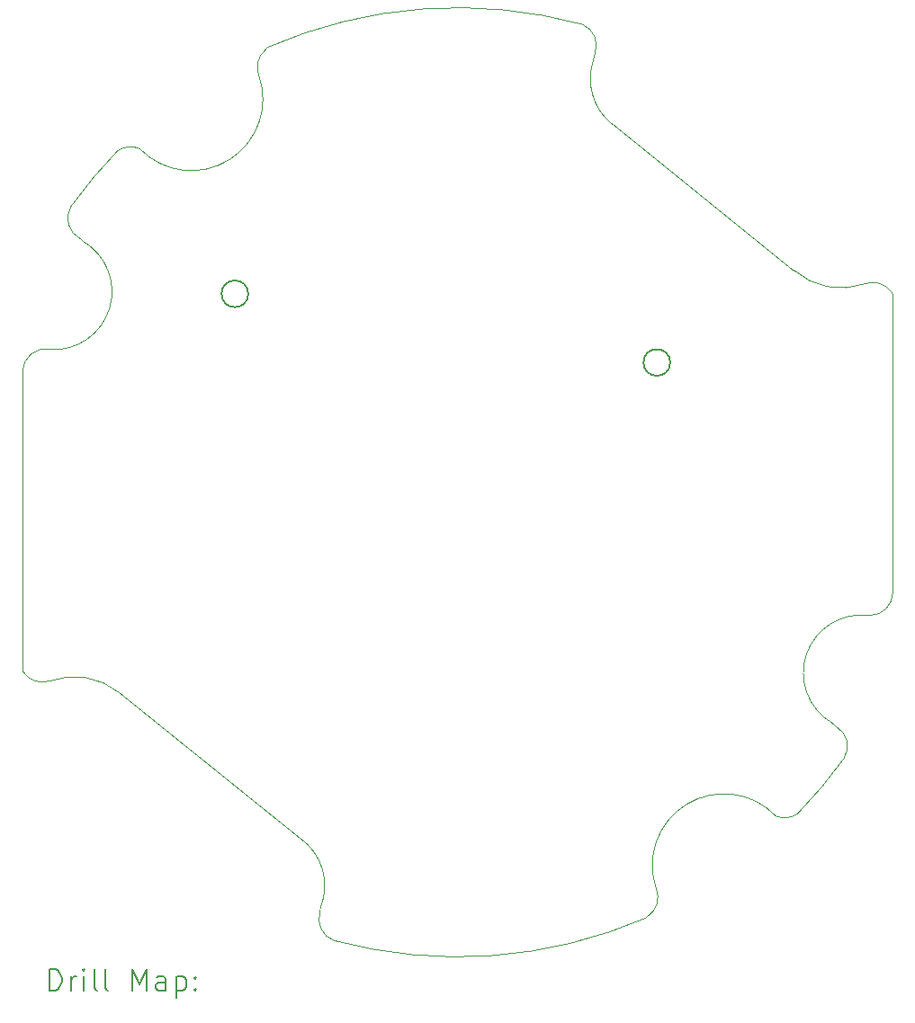
<source format=gbr>
%TF.GenerationSoftware,KiCad,Pcbnew,7.0.9*%
%TF.CreationDate,2024-02-14T22:00:58-05:00*%
%TF.ProjectId,payload24,7061796c-6f61-4643-9234-2e6b69636164,2*%
%TF.SameCoordinates,Original*%
%TF.FileFunction,Drillmap*%
%TF.FilePolarity,Positive*%
%FSLAX45Y45*%
G04 Gerber Fmt 4.5, Leading zero omitted, Abs format (unit mm)*
G04 Created by KiCad (PCBNEW 7.0.9) date 2024-02-14 22:00:58*
%MOMM*%
%LPD*%
G01*
G04 APERTURE LIST*
%ADD10C,0.100000*%
%ADD11C,0.200000*%
G04 APERTURE END LIST*
D10*
X7738120Y-1705877D02*
G75*
G03*
X4776263Y-1922329I-1173664J-4312728D01*
G01*
X10641813Y-4220491D02*
X10660884Y-4242145D01*
X3015108Y-3725986D02*
G75*
G03*
X3042287Y-3751059I143082J127826D01*
G01*
X8357350Y-10103344D02*
G75*
G03*
X8335500Y-10123294I154410J-191056D01*
G01*
X9557962Y-9161585D02*
G75*
G03*
X8436000Y-9854000I-487514J-465251D01*
G01*
X7844069Y-2038153D02*
G75*
G03*
X8022681Y-2649406I516471J-180807D01*
G01*
X5402100Y-10335316D02*
G75*
G03*
X8335500Y-10123294I1162356J4316720D01*
G01*
X2921074Y-3428325D02*
G75*
G03*
X3015108Y-3725985I190016J-103655D01*
G01*
X7856344Y-1982577D02*
G75*
G03*
X7848580Y-2014821I106886J-42793D01*
G01*
X7856340Y-1982576D02*
G75*
G03*
X7738120Y-1705877I-201680J77436D01*
G01*
X2468028Y-7795065D02*
X2469127Y-4981415D01*
X3573222Y-2877351D02*
G75*
G03*
X3363960Y-2897604I-86602J-196409D01*
G01*
X2468028Y-7795065D02*
X2476132Y-7803730D01*
X9557962Y-9161584D02*
G75*
G03*
X9762832Y-9141884I84328J198154D01*
G01*
X9762832Y-9141885D02*
G75*
G03*
X10201960Y-8617267I-3198462J3123345D01*
G01*
X5267038Y-10072255D02*
G75*
G03*
X5402100Y-10335316I207232J-59805D01*
G01*
X10201964Y-8617269D02*
G75*
G03*
X10123592Y-8317428I-184154J112029D01*
G01*
X9727638Y-4021414D02*
G75*
G03*
X10400556Y-4149030I445052J508804D01*
G01*
X10641816Y-4220489D02*
G75*
G03*
X10400556Y-4149030I-169446J-129081D01*
G01*
X10660884Y-4242145D02*
X10659786Y-7055795D01*
X3376000Y-7997000D02*
X5080000Y-9370000D01*
X4755720Y-1945952D02*
G75*
G03*
X4767222Y-1931050I-30810J35672D01*
G01*
X8023000Y-2649000D02*
X9728000Y-4021000D01*
X10439395Y-7273669D02*
G75*
G03*
X10659785Y-7055795I4395J215959D01*
G01*
X5275071Y-10021459D02*
G75*
G03*
X5080004Y-9369994I-506691J203219D01*
G01*
X2730424Y-4768294D02*
G75*
G03*
X2469127Y-4981415I-45303J-211198D01*
G01*
X3573223Y-2877349D02*
G75*
G03*
X4692492Y-2183361I485242J466974D01*
G01*
D11*
X4593270Y-4244340D02*
G75*
G03*
X4593270Y-4244340I-125410J0D01*
G01*
D10*
X10123593Y-8317428D02*
G75*
G03*
X10089408Y-8287231I-158313J-144772D01*
G01*
X10439392Y-7273851D02*
G75*
G03*
X10089674Y-8286772I-75294J-540836D01*
G01*
X3363960Y-2897605D02*
G75*
G03*
X2921070Y-3428323I3200700J-3121175D01*
G01*
X4776264Y-1922330D02*
G75*
G03*
X4767222Y-1931050I33317J-43590D01*
G01*
D11*
X8564410Y-4891000D02*
G75*
G03*
X8564410Y-4891000I-125410J0D01*
G01*
D10*
X2730381Y-4768492D02*
G75*
G03*
X3042287Y-3751060I34433J545969D01*
G01*
X2476134Y-7803729D02*
G75*
G03*
X2728871Y-7889617I180416J116099D01*
G01*
X8357348Y-10103341D02*
G75*
G03*
X8436744Y-9853734I-123868J176831D01*
G01*
X4755720Y-1945951D02*
G75*
G03*
X4692064Y-2183514I139707J-164745D01*
G01*
X3376148Y-7996814D02*
G75*
G03*
X2728871Y-7889617I-419922J-527783D01*
G01*
X5267037Y-10072254D02*
G75*
G03*
X5275072Y-10021460I-110137J43454D01*
G01*
X7844069Y-2038153D02*
G75*
G03*
X7848580Y-2014821I-101080J31643D01*
G01*
D11*
X2723805Y-10805554D02*
X2723805Y-10605554D01*
X2723805Y-10605554D02*
X2771424Y-10605554D01*
X2771424Y-10605554D02*
X2799996Y-10615078D01*
X2799996Y-10615078D02*
X2819043Y-10634126D01*
X2819043Y-10634126D02*
X2828567Y-10653173D01*
X2828567Y-10653173D02*
X2838091Y-10691269D01*
X2838091Y-10691269D02*
X2838091Y-10719840D01*
X2838091Y-10719840D02*
X2828567Y-10757935D01*
X2828567Y-10757935D02*
X2819043Y-10776983D01*
X2819043Y-10776983D02*
X2799996Y-10796031D01*
X2799996Y-10796031D02*
X2771424Y-10805554D01*
X2771424Y-10805554D02*
X2723805Y-10805554D01*
X2923805Y-10805554D02*
X2923805Y-10672221D01*
X2923805Y-10710316D02*
X2933329Y-10691269D01*
X2933329Y-10691269D02*
X2942853Y-10681745D01*
X2942853Y-10681745D02*
X2961900Y-10672221D01*
X2961900Y-10672221D02*
X2980948Y-10672221D01*
X3047615Y-10805554D02*
X3047615Y-10672221D01*
X3047615Y-10605554D02*
X3038091Y-10615078D01*
X3038091Y-10615078D02*
X3047615Y-10624602D01*
X3047615Y-10624602D02*
X3057138Y-10615078D01*
X3057138Y-10615078D02*
X3047615Y-10605554D01*
X3047615Y-10605554D02*
X3047615Y-10624602D01*
X3171424Y-10805554D02*
X3152377Y-10796031D01*
X3152377Y-10796031D02*
X3142853Y-10776983D01*
X3142853Y-10776983D02*
X3142853Y-10605554D01*
X3276186Y-10805554D02*
X3257138Y-10796031D01*
X3257138Y-10796031D02*
X3247615Y-10776983D01*
X3247615Y-10776983D02*
X3247615Y-10605554D01*
X3504758Y-10805554D02*
X3504758Y-10605554D01*
X3504758Y-10605554D02*
X3571424Y-10748412D01*
X3571424Y-10748412D02*
X3638091Y-10605554D01*
X3638091Y-10605554D02*
X3638091Y-10805554D01*
X3819043Y-10805554D02*
X3819043Y-10700793D01*
X3819043Y-10700793D02*
X3809519Y-10681745D01*
X3809519Y-10681745D02*
X3790472Y-10672221D01*
X3790472Y-10672221D02*
X3752377Y-10672221D01*
X3752377Y-10672221D02*
X3733329Y-10681745D01*
X3819043Y-10796031D02*
X3799996Y-10805554D01*
X3799996Y-10805554D02*
X3752377Y-10805554D01*
X3752377Y-10805554D02*
X3733329Y-10796031D01*
X3733329Y-10796031D02*
X3723805Y-10776983D01*
X3723805Y-10776983D02*
X3723805Y-10757935D01*
X3723805Y-10757935D02*
X3733329Y-10738888D01*
X3733329Y-10738888D02*
X3752377Y-10729364D01*
X3752377Y-10729364D02*
X3799996Y-10729364D01*
X3799996Y-10729364D02*
X3819043Y-10719840D01*
X3914281Y-10672221D02*
X3914281Y-10872221D01*
X3914281Y-10681745D02*
X3933329Y-10672221D01*
X3933329Y-10672221D02*
X3971424Y-10672221D01*
X3971424Y-10672221D02*
X3990472Y-10681745D01*
X3990472Y-10681745D02*
X3999996Y-10691269D01*
X3999996Y-10691269D02*
X4009519Y-10710316D01*
X4009519Y-10710316D02*
X4009519Y-10767459D01*
X4009519Y-10767459D02*
X3999996Y-10786507D01*
X3999996Y-10786507D02*
X3990472Y-10796031D01*
X3990472Y-10796031D02*
X3971424Y-10805554D01*
X3971424Y-10805554D02*
X3933329Y-10805554D01*
X3933329Y-10805554D02*
X3914281Y-10796031D01*
X4095234Y-10786507D02*
X4104758Y-10796031D01*
X4104758Y-10796031D02*
X4095234Y-10805554D01*
X4095234Y-10805554D02*
X4085710Y-10796031D01*
X4085710Y-10796031D02*
X4095234Y-10786507D01*
X4095234Y-10786507D02*
X4095234Y-10805554D01*
X4095234Y-10681745D02*
X4104758Y-10691269D01*
X4104758Y-10691269D02*
X4095234Y-10700793D01*
X4095234Y-10700793D02*
X4085710Y-10691269D01*
X4085710Y-10691269D02*
X4095234Y-10681745D01*
X4095234Y-10681745D02*
X4095234Y-10700793D01*
M02*

</source>
